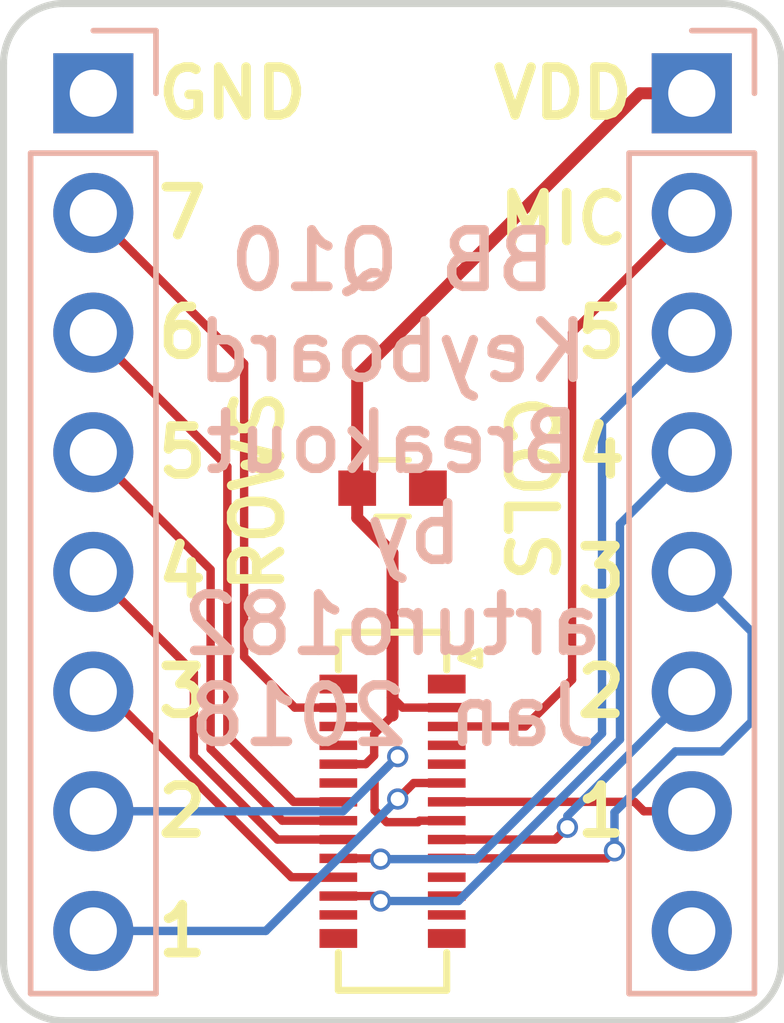
<source format=kicad_pcb>

(kicad_pcb
  (version 20171130)
  (host pcbnew "(5.0-dev-4158-ga83669ab1)")
  (general
    (thickness 1.6)
    (drawings 26)
    (tracks 113)
    (zones 0)
    (modules 4)
    (nets 17))
  (page A4)
  (layers
    (0 F.Cu signal)
    (31 B.Cu signal)
    (32 B.Adhes user)
    (33 F.Adhes user)
    (34 B.Paste user)
    (35 F.Paste user)
    (36 B.SilkS user)
    (37 F.SilkS user)
    (38 B.Mask user)
    (39 F.Mask user)
    (40 Dwgs.User user)
    (41 Cmts.User user)
    (42 Eco1.User user)
    (43 Eco2.User user)
    (44 Edge.Cuts user)
    (45 Margin user)
    (46 B.CrtYd user)
    (47 F.CrtYd user)
    (48 B.Fab user)
    (49 F.Fab user hide))
  (setup
    (last_trace_width 0.1778)
    (trace_clearance 0.1778)
    (zone_clearance 0.254)
    (zone_45_only no)
    (trace_min 0.1778)
    (segment_width 0.2)
    (edge_width 0.15)
    (via_size 0.45)
    (via_drill 0.3)
    (via_min_size 0.45)
    (via_min_drill 0.3)
    (uvia_size 0.3)
    (uvia_drill 0.1)
    (uvias_allowed no)
    (uvia_min_size 0.2)
    (uvia_min_drill 0.1)
    (pcb_text_width 0.3)
    (pcb_text_size 1.5 1.5)
    (mod_edge_width 0.15)
    (mod_text_size 1 1)
    (mod_text_width 0.15)
    (pad_size 1.524 1.524)
    (pad_drill 0.762)
    (pad_to_mask_clearance 0.2)
    (aux_axis_origin 0 0)
    (visible_elements 7FFFFF7F)
    (pcbplotparams
      (layerselection 0x010f0_ffffffff)
      (usegerberextensions true)
      (usegerberattributes false)
      (usegerberadvancedattributes false)
      (creategerberjobfile false)
      (excludeedgelayer true)
      (linewidth 0.1)
      (plotframeref false)
      (viasonmask false)
      (mode 1)
      (useauxorigin false)
      (hpglpennumber 1)
      (hpglpenspeed 20)
      (hpglpendiameter 15)
      (psnegative false)
      (psa4output false)
      (plotreference true)
      (plotvalue true)
      (plotinvisibletext false)
      (padsonsilk false)
      (subtractmaskfromsilk false)
      (outputformat 1)
      (mirror false)
      (drillshape 0)
      (scaleselection 1)
      (outputdirectory gerber/)))
  (net 0 "")
  (net 1 VDD)
  (net 2 GND)
  (net 3 /ROW7)
  (net 4 /ROW6)
  (net 5 /MIC)
  (net 6 /ROW5)
  (net 7 /COL5)
  (net 8 /ROW4)
  (net 9 /COL4)
  (net 10 /ROW3)
  (net 11 /COL3)
  (net 12 /ROW2)
  (net 13 /COL2)
  (net 14 /ROW1)
  (net 15 /COL1)
  (net 16 "Net-(J2-Pad8)")
  (net_class Default "This is the default net class."
    (clearance 0.1778)
    (trace_width 0.1778)
    (via_dia 0.45)
    (via_drill 0.3)
    (uvia_dia 0.3)
    (uvia_drill 0.1)
    (add_net /COL1)
    (add_net /COL2)
    (add_net /COL3)
    (add_net /COL4)
    (add_net /COL5)
    (add_net /MIC)
    (add_net /ROW1)
    (add_net /ROW2)
    (add_net /ROW3)
    (add_net /ROW4)
    (add_net /ROW5)
    (add_net /ROW6)
    (add_net /ROW7)
    (add_net GND)
    (add_net "Net-(J2-Pad8)")
    (add_net VDD))
  (module Pin_Headers:Pin_Header_Straight_1x08_Pitch2.54mm
    (layer B.Cu)
    (tedit 5A6273EC)
    (tstamp 5A39619C)
    (at 180.34 33.02 180)
    (descr "Through hole straight pin header, 1x08, 2.54mm pitch, single row")
    (tags "Through hole pin header THT 1x08 2.54mm single row")
    (path /5A38BC0E)
    (fp_text reference J2
      (at 0 2.33 180)
      (layer B.SilkS) hide
      (effects
        (font
          (size 1 1)
          (thickness 0.15))
        (justify mirror)))
    (fp_text value Conn_01x08
      (at 0 -20.11 180)
      (layer B.Fab) hide
      (effects
        (font
          (size 1 1)
          (thickness 0.15))
        (justify mirror)))
    (fp_text user %R
      (at 0 -8.89 90)
      (layer B.Fab)
      (effects
        (font
          (size 1 1)
          (thickness 0.15))
        (justify mirror)))
    (fp_line
      (start -0.635 1.27)
      (end 1.27 1.27)
      (layer B.Fab)
      (width 0.1))
    (fp_line
      (start 1.27 1.27)
      (end 1.27 -19.05)
      (layer B.Fab)
      (width 0.1))
    (fp_line
      (start 1.27 -19.05)
      (end -1.27 -19.05)
      (layer B.Fab)
      (width 0.1))
    (fp_line
      (start -1.27 -19.05)
      (end -1.27 0.635)
      (layer B.Fab)
      (width 0.1))
    (fp_line
      (start -1.27 0.635)
      (end -0.635 1.27)
      (layer B.Fab)
      (width 0.1))
    (fp_line
      (start -1.33 -19.11)
      (end 1.33 -19.11)
      (layer B.SilkS)
      (width 0.12))
    (fp_line
      (start -1.33 -1.27)
      (end -1.33 -19.11)
      (layer B.SilkS)
      (width 0.12))
    (fp_line
      (start 1.33 -1.27)
      (end 1.33 -19.11)
      (layer B.SilkS)
      (width 0.12))
    (fp_line
      (start -1.33 -1.27)
      (end 1.33 -1.27)
      (layer B.SilkS)
      (width 0.12))
    (fp_line
      (start -1.33 0)
      (end -1.33 1.33)
      (layer B.SilkS)
      (width 0.12))
    (fp_line
      (start -1.33 1.33)
      (end 0 1.33)
      (layer B.SilkS)
      (width 0.12))
    (fp_line
      (start -1.8 1.8)
      (end -1.8 -19.55)
      (layer B.CrtYd)
      (width 0.05))
    (fp_line
      (start -1.8 -19.55)
      (end 1.8 -19.55)
      (layer B.CrtYd)
      (width 0.05))
    (fp_line
      (start 1.8 -19.55)
      (end 1.8 1.8)
      (layer B.CrtYd)
      (width 0.05))
    (fp_line
      (start 1.8 1.8)
      (end -1.8 1.8)
      (layer B.CrtYd)
      (width 0.05))
    (pad 1 thru_hole rect
      (at 0 0 180)
      (size 1.7 1.7)
      (drill 1)
      (layers *.Cu *.Mask)
      (net 1 VDD))
    (pad 2 thru_hole oval
      (at 0 -2.54 180)
      (size 1.7 1.7)
      (drill 1)
      (layers *.Cu *.Mask)
      (net 5 /MIC))
    (pad 3 thru_hole oval
      (at 0 -5.08 180)
      (size 1.7 1.7)
      (drill 1)
      (layers *.Cu *.Mask)
      (net 7 /COL5))
    (pad 4 thru_hole oval
      (at 0 -7.62 180)
      (size 1.7 1.7)
      (drill 1)
      (layers *.Cu *.Mask)
      (net 9 /COL4))
    (pad 5 thru_hole oval
      (at 0 -10.16 180)
      (size 1.7 1.7)
      (drill 1)
      (layers *.Cu *.Mask)
      (net 11 /COL3))
    (pad 6 thru_hole oval
      (at 0 -12.7 180)
      (size 1.7 1.7)
      (drill 1)
      (layers *.Cu *.Mask)
      (net 13 /COL2))
    (pad 7 thru_hole oval
      (at 0 -15.24 180)
      (size 1.7 1.7)
      (drill 1)
      (layers *.Cu *.Mask)
      (net 15 /COL1))
    (pad 8 thru_hole oval
      (at 0 -17.78 180)
      (size 1.7 1.7)
      (drill 1)
      (layers *.Cu *.Mask))
    (model ${KISYS3DMOD}/Pin_Headers.3dshapes/Pin_Header_Straight_1x08_Pitch2.54mm.wrl
      (at
        (xyz 0 0 0))
      (scale
        (xyz 1 1 1))
      (rotate
        (xyz 0 0 0))))
  (module Pin_Headers:Pin_Header_Straight_1x08_Pitch2.54mm
    (layer B.Cu)
    (tedit 5A6273F1)
    (tstamp 5A396166)
    (at 167.64 33.02 180)
    (descr "Through hole straight pin header, 1x08, 2.54mm pitch, single row")
    (tags "Through hole pin header THT 1x08 2.54mm single row")
    (path /5A38AC19)
    (fp_text reference J1
      (at 0 2.33 180)
      (layer B.SilkS) hide
      (effects
        (font
          (size 1 1)
          (thickness 0.15))
        (justify mirror)))
    (fp_text value Conn_01x08
      (at 0 -20.11 180)
      (layer B.Fab) hide
      (effects
        (font
          (size 1 1)
          (thickness 0.15))
        (justify mirror)))
    (fp_text user %R
      (at 0 -8.89 90)
      (layer B.Fab)
      (effects
        (font
          (size 1 1)
          (thickness 0.15))
        (justify mirror)))
    (fp_line
      (start 1.8 1.8)
      (end -1.8 1.8)
      (layer B.CrtYd)
      (width 0.05))
    (fp_line
      (start 1.8 -19.55)
      (end 1.8 1.8)
      (layer B.CrtYd)
      (width 0.05))
    (fp_line
      (start -1.8 -19.55)
      (end 1.8 -19.55)
      (layer B.CrtYd)
      (width 0.05))
    (fp_line
      (start -1.8 1.8)
      (end -1.8 -19.55)
      (layer B.CrtYd)
      (width 0.05))
    (fp_line
      (start -1.33 1.33)
      (end 0 1.33)
      (layer B.SilkS)
      (width 0.12))
    (fp_line
      (start -1.33 0)
      (end -1.33 1.33)
      (layer B.SilkS)
      (width 0.12))
    (fp_line
      (start -1.33 -1.27)
      (end 1.33 -1.27)
      (layer B.SilkS)
      (width 0.12))
    (fp_line
      (start 1.33 -1.27)
      (end 1.33 -19.11)
      (layer B.SilkS)
      (width 0.12))
    (fp_line
      (start -1.33 -1.27)
      (end -1.33 -19.11)
      (layer B.SilkS)
      (width 0.12))
    (fp_line
      (start -1.33 -19.11)
      (end 1.33 -19.11)
      (layer B.SilkS)
      (width 0.12))
    (fp_line
      (start -1.27 0.635)
      (end -0.635 1.27)
      (layer B.Fab)
      (width 0.1))
    (fp_line
      (start -1.27 -19.05)
      (end -1.27 0.635)
      (layer B.Fab)
      (width 0.1))
    (fp_line
      (start 1.27 -19.05)
      (end -1.27 -19.05)
      (layer B.Fab)
      (width 0.1))
    (fp_line
      (start 1.27 1.27)
      (end 1.27 -19.05)
      (layer B.Fab)
      (width 0.1))
    (fp_line
      (start -0.635 1.27)
      (end 1.27 1.27)
      (layer B.Fab)
      (width 0.1))
    (pad 8 thru_hole oval
      (at 0 -17.78 180)
      (size 1.7 1.7)
      (drill 1)
      (layers *.Cu *.Mask)
      (net 14 /ROW1))
    (pad 7 thru_hole oval
      (at 0 -15.24 180)
      (size 1.7 1.7)
      (drill 1)
      (layers *.Cu *.Mask)
      (net 12 /ROW2))
    (pad 6 thru_hole oval
      (at 0 -12.7 180)
      (size 1.7 1.7)
      (drill 1)
      (layers *.Cu *.Mask)
      (net 10 /ROW3))
    (pad 5 thru_hole oval
      (at 0 -10.16 180)
      (size 1.7 1.7)
      (drill 1)
      (layers *.Cu *.Mask)
      (net 8 /ROW4))
    (pad 4 thru_hole oval
      (at 0 -7.62 180)
      (size 1.7 1.7)
      (drill 1)
      (layers *.Cu *.Mask)
      (net 6 /ROW5))
    (pad 3 thru_hole oval
      (at 0 -5.08 180)
      (size 1.7 1.7)
      (drill 1)
      (layers *.Cu *.Mask)
      (net 4 /ROW6))
    (pad 2 thru_hole oval
      (at 0 -2.54 180)
      (size 1.7 1.7)
      (drill 1)
      (layers *.Cu *.Mask)
      (net 3 /ROW7))
    (pad 1 thru_hole rect
      (at 0 0 180)
      (size 1.7 1.7)
      (drill 1)
      (layers *.Cu *.Mask))
    (model ${KISYS3DMOD}/Pin_Headers.3dshapes/Pin_Header_Straight_1x08_Pitch2.54mm.wrl
      (at
        (xyz 0 0 0))
      (scale
        (xyz 1 1 1))
      (rotate
        (xyz 0 0 0))))
  (module Capacitors_SMD:C_0603
    (layer F.Cu)
    (tedit 5A383ED8)
    (tstamp 5A3966CC)
    (at 173.99 41.402)
    (descr "Capacitor SMD 0603, reflow soldering, AVX (see smccp.pdf)")
    (tags "capacitor 0603")
    (path /5A384436)
    (attr smd)
    (fp_text reference C1
      (at 0 -1.5)
      (layer F.SilkS) hide
      (effects
        (font
          (size 1 1)
          (thickness 0.15))))
    (fp_text value 100uF
      (at 0 1.5)
      (layer F.Fab)
      (effects
        (font
          (size 1 1)
          (thickness 0.15))))
    (fp_text user %R
      (at 0 0)
      (layer F.Fab)
      (effects
        (font
          (size 0.3 0.3)
          (thickness 0.075))))
    (fp_line
      (start -0.8 0.4)
      (end -0.8 -0.4)
      (layer F.Fab)
      (width 0.1))
    (fp_line
      (start 0.8 0.4)
      (end -0.8 0.4)
      (layer F.Fab)
      (width 0.1))
    (fp_line
      (start 0.8 -0.4)
      (end 0.8 0.4)
      (layer F.Fab)
      (width 0.1))
    (fp_line
      (start -0.8 -0.4)
      (end 0.8 -0.4)
      (layer F.Fab)
      (width 0.1))
    (fp_line
      (start -0.35 -0.6)
      (end 0.35 -0.6)
      (layer F.SilkS)
      (width 0.12))
    (fp_line
      (start 0.35 0.6)
      (end -0.35 0.6)
      (layer F.SilkS)
      (width 0.12))
    (fp_line
      (start -1.4 -0.65)
      (end 1.4 -0.65)
      (layer F.CrtYd)
      (width 0.05))
    (fp_line
      (start -1.4 -0.65)
      (end -1.4 0.65)
      (layer F.CrtYd)
      (width 0.05))
    (fp_line
      (start 1.4 0.65)
      (end 1.4 -0.65)
      (layer F.CrtYd)
      (width 0.05))
    (fp_line
      (start 1.4 0.65)
      (end -1.4 0.65)
      (layer F.CrtYd)
      (width 0.05))
    (pad 1 smd rect
      (at -0.75 0)
      (size 0.8 0.75)
      (layers F.Cu F.Paste F.Mask)
      (net 1 VDD))
    (pad 2 smd rect
      (at 0.75 0)
      (size 0.8 0.75)
      (layers F.Cu F.Paste F.Mask))
    (model Capacitors_SMD.3dshapes/C_0603.wrl
      (at
        (xyz 0 0 0))
      (scale
        (xyz 1 1 1))
      (rotate
        (xyz 0 0 0))))
  (module "Connectors_Hirose_extra:BM14B(0.8)-24DS-0.4V(53)"
    (layer F.Cu)
    (tedit 5A383EDD)
    (tstamp 5A38E7DF)
    (at 173.99 48.26 270)
    (path /5A383471)
    (attr smd)
    (fp_text reference U1
      (at 4.8 0.05)
      (layer F.SilkS) hide
      (effects
        (font
          (size 1 1)
          (thickness 0.15))))
    (fp_text value BBQ10KBD
      (at 0 -2.65 270)
      (layer F.Fab)
      (effects
        (font
          (size 1 1)
          (thickness 0.15))))
    (fp_line
      (start -3.64 -0.99)
      (end 3.64 -0.99)
      (layer F.Fab)
      (width 0.15))
    (fp_line
      (start 3.64 -0.99)
      (end 3.64 0.99)
      (layer F.Fab)
      (width 0.15))
    (fp_line
      (start 3.64 0.99)
      (end -3.64 0.99)
      (layer F.Fab)
      (width 0.15))
    (fp_line
      (start -3.64 0.99)
      (end -3.64 -0.99)
      (layer F.Fab)
      (width 0.15))
    (fp_line
      (start 3 -1.15)
      (end 3.8 -1.15)
      (layer F.SilkS)
      (width 0.15))
    (fp_line
      (start 3.8 -1.15)
      (end 3.8 1.15)
      (layer F.SilkS)
      (width 0.15))
    (fp_line
      (start 3.8 1.15)
      (end 3 1.15)
      (layer F.SilkS)
      (width 0.15))
    (fp_line
      (start -3 1.15)
      (end -3.8 1.15)
      (layer F.SilkS)
      (width 0.15))
    (fp_line
      (start -3.8 1.15)
      (end -3.8 -1.15)
      (layer F.SilkS)
      (width 0.15))
    (fp_line
      (start -3.8 -1.15)
      (end -3 -1.15)
      (layer F.SilkS)
      (width 0.15))
    (fp_line
      (start -3.4 -1.85)
      (end -3.1 -1.85)
      (layer F.SilkS)
      (width 0.15))
    (fp_line
      (start -3.1 -1.85)
      (end -3.25 -1.45)
      (layer F.SilkS)
      (width 0.15))
    (fp_line
      (start -3.25 -1.45)
      (end -3.4 -1.85)
      (layer F.SilkS)
      (width 0.15))
    (pad 2 smd rect
      (at -2.2 -1.15 270)
      (size 0.2 0.8)
      (layers F.Cu F.Paste F.Mask)
      (net 1 VDD))
    (pad 3 smd rect
      (at -1.8 -1.15 270)
      (size 0.2 0.8)
      (layers F.Cu F.Paste F.Mask)
      (net 5 /MIC))
    (pad 4 smd rect
      (at -1.4 -1.15 270)
      (size 0.2 0.8)
      (layers F.Cu F.Paste F.Mask))
    (pad 5 smd rect
      (at -1 -1.15 270)
      (size 0.2 0.8)
      (layers F.Cu F.Paste F.Mask))
    (pad 6 smd rect
      (at -0.6 -1.15 270)
      (size 0.2 0.8)
      (layers F.Cu F.Paste F.Mask)
      (net 14 /ROW1))
    (pad 7 smd rect
      (at -0.2 -1.15 270)
      (size 0.2 0.8)
      (layers F.Cu F.Paste F.Mask)
      (net 15 /COL1))
    (pad 8 smd rect
      (at 0.2 -1.15 270)
      (size 0.2 0.8)
      (layers F.Cu F.Paste F.Mask)
      (net 12 /ROW2))
    (pad 9 smd rect
      (at 0.6 -1.15 270)
      (size 0.2 0.8)
      (layers F.Cu F.Paste F.Mask)
      (net 13 /COL2))
    (pad 10 smd rect
      (at 1 -1.15 270)
      (size 0.2 0.8)
      (layers F.Cu F.Paste F.Mask)
      (net 11 /COL3))
    (pad 11 smd rect
      (at 1.4 -1.15 270)
      (size 0.2 0.8)
      (layers F.Cu F.Paste F.Mask))
    (pad 12 smd rect
      (at 1.8 -1.15 270)
      (size 0.2 0.8)
      (layers F.Cu F.Paste F.Mask))
    (pad 13 smd rect
      (at 2.2 -1.15 270)
      (size 0.2 0.8)
      (layers F.Cu F.Paste F.Mask))
    (pad 16 smd rect
      (at 2.2 1.15 270)
      (size 0.2 0.8)
      (layers F.Cu F.Paste F.Mask))
    (pad 17 smd rect
      (at 1.8 1.15 270)
      (size 0.2 0.8)
      (layers F.Cu F.Paste F.Mask)
      (net 9 /COL4))
    (pad 18 smd rect
      (at 1.4 1.15 270)
      (size 0.2 0.8)
      (layers F.Cu F.Paste F.Mask)
      (net 10 /ROW3))
    (pad 19 smd rect
      (at 1 1.15 270)
      (size 0.2 0.8)
      (layers F.Cu F.Paste F.Mask)
      (net 7 /COL5))
    (pad 20 smd rect
      (at 0.6 1.15 270)
      (size 0.2 0.8)
      (layers F.Cu F.Paste F.Mask)
      (net 8 /ROW4))
    (pad 21 smd rect
      (at 0.2 1.15 270)
      (size 0.2 0.8)
      (layers F.Cu F.Paste F.Mask)
      (net 6 /ROW5))
    (pad 22 smd rect
      (at -0.2 1.15 270)
      (size 0.2 0.8)
      (layers F.Cu F.Paste F.Mask)
      (net 4 /ROW6))
    (pad 23 smd rect
      (at -0.6 1.15 270)
      (size 0.2 0.8)
      (layers F.Cu F.Paste F.Mask))
    (pad 24 smd rect
      (at -1 1.15 270)
      (size 0.2 0.8)
      (layers F.Cu F.Paste F.Mask)
      (net 1 VDD))
    (pad 25 smd rect
      (at -1.4 1.15 270)
      (size 0.2 0.8)
      (layers F.Cu F.Paste F.Mask))
    (pad 26 smd rect
      (at -1.8 1.15 270)
      (size 0.2 0.8)
      (layers F.Cu F.Paste F.Mask)
      (net 1 VDD))
    (pad 27 smd rect
      (at -2.2 1.15 270)
      (size 0.2 0.8)
      (layers F.Cu F.Paste F.Mask)
      (net 3 /ROW7))
    (pad 1 smd rect
      (at -2.7 -1.15 270)
      (size 0.4 0.8)
      (layers F.Cu F.Paste F.Mask))
    (pad 14 smd rect
      (at 2.7 -1.15 270)
      (size 0.4 0.8)
      (layers F.Cu F.Paste F.Mask))
    (pad 15 smd rect
      (at 2.7 1.15 270)
      (size 0.4 0.8)
      (layers F.Cu F.Paste F.Mask))
    (pad 28 smd rect
      (at -2.7 1.15 270)
      (size 0.4 0.8)
      (layers F.Cu F.Paste F.Mask))
    (model "${KIPRJMOD}/modules/packages3d/Connectors_Hirose.3dshapes/BM14B(0.8)-24DS-0.4V.stp"
      (offset
        (xyz 6896000431.344419 -8082928854.49638 -574666702.6120348))
      (scale
        (xyz 1 1 1))
      (rotate
        (xyz -90 0 -90))))
  (gr_text "BB Q10\nKeyboard\nBreakout\nby \narturo182\nJan 2018"
    (at 173.99 41.402)
    (layer B.SilkS)
    (effects
      (font
        (size 1.2 1.2)
        (thickness 0.2))
      (justify mirror)))
  (gr_text COLS
    (at 176.911 41.402 270)
    (layer F.SilkS)
    (tstamp 5A6274E5)
    (effects
      (font
        (size 1.016 1.016)
        (thickness 0.2032))))
  (gr_text ROWS
    (at 171.1325 41.4655 90)
    (layer F.SilkS)
    (tstamp 5A396D97)
    (effects
      (font
        (size 1.016 1.016)
        (thickness 0.2032))))
  (gr_text MIC
    (at 176.149 35.687)
    (layer F.SilkS)
    (tstamp 5A396D85)
    (effects
      (font
        (size 1.016 1.016)
        (thickness 0.2032))
      (justify left)))
  (gr_text VDD
    (at 176.022 33.02)
    (layer F.SilkS)
    (tstamp 5A396D91)
    (effects
      (font
        (size 1.016 1.016)
        (thickness 0.2032))
      (justify left)))
  (gr_text 4
    (at 177.8 40.64)
    (layer F.SilkS)
    (tstamp 5A396D77)
    (effects
      (font
        (size 1.016 1.016)
        (thickness 0.2032))
      (justify left)))
  (gr_text 5
    (at 177.8 38.1)
    (layer F.SilkS)
    (tstamp 5A396D76)
    (effects
      (font
        (size 1.016 1.016)
        (thickness 0.2032))
      (justify left)))
  (gr_text 3
    (at 177.8 43.18)
    (layer F.SilkS)
    (tstamp 5A396D75)
    (effects
      (font
        (size 1.016 1.016)
        (thickness 0.2032))
      (justify left)))
  (gr_text 2
    (at 177.8 45.72)
    (layer F.SilkS)
    (tstamp 5A396D74)
    (effects
      (font
        (size 1.016 1.016)
        (thickness 0.2032))
      (justify left)))
  (gr_text 1
    (at 177.8 48.26)
    (layer F.SilkS)
    (tstamp 5A396D73)
    (effects
      (font
        (size 1.016 1.016)
        (thickness 0.2032))
      (justify left)))
  (gr_text 1
    (at 168.91 50.8)
    (layer F.SilkS)
    (tstamp 5A396D5D)
    (effects
      (font
        (size 1.016 1.016)
        (thickness 0.2032))
      (justify left)))
  (gr_text 2
    (at 168.91 48.26)
    (layer F.SilkS)
    (tstamp 5A396D5B)
    (effects
      (font
        (size 1.016 1.016)
        (thickness 0.2032))
      (justify left)))
  (gr_text 3
    (at 168.91 45.72)
    (layer F.SilkS)
    (tstamp 5A396D59)
    (effects
      (font
        (size 1.016 1.016)
        (thickness 0.2032))
      (justify left)))
  (gr_text 4
    (at 168.91 43.18)
    (layer F.SilkS)
    (tstamp 5A396D57)
    (effects
      (font
        (size 1.016 1.016)
        (thickness 0.2032))
      (justify left)))
  (gr_text 5
    (at 168.91 40.64)
    (layer F.SilkS)
    (tstamp 5A396D55)
    (effects
      (font
        (size 1.016 1.016)
        (thickness 0.2032))
      (justify left)))
  (gr_text 6
    (at 168.91 38.1)
    (layer F.SilkS)
    (tstamp 5A396D53)
    (effects
      (font
        (size 1.016 1.016)
        (thickness 0.2032))
      (justify left)))
  (gr_text 7
    (at 168.91 35.56)
    (layer F.SilkS)
    (tstamp 5A396D3B)
    (effects
      (font
        (size 1.016 1.016)
        (thickness 0.2032))
      (justify left)))
  (gr_text GND
    (at 168.91 33.02)
    (layer F.SilkS)
    (effects
      (font
        (size 1.016 1.016)
        (thickness 0.2032))
      (justify left)))
  (gr_arc
    (start 167.005 51.435)
    (end 165.735 51.435)
    (angle -90)
    (layer Edge.Cuts)
    (width 0.15))
  (gr_arc
    (start 180.975 51.435)
    (end 180.975 52.705)
    (angle -90)
    (layer Edge.Cuts)
    (width 0.15))
  (gr_arc
    (start 180.975 32.385)
    (end 182.245 32.385)
    (angle -90)
    (layer Edge.Cuts)
    (width 0.15))
  (gr_arc
    (start 167.005 32.385)
    (end 167.005 31.115)
    (angle -90)
    (layer Edge.Cuts)
    (width 0.15))
  (gr_line
    (start 165.735 51.435)
    (end 165.735 32.385)
    (layer Edge.Cuts)
    (width 0.15))
  (gr_line
    (start 180.975 52.705)
    (end 167.005 52.705)
    (layer Edge.Cuts)
    (width 0.15))
  (gr_line
    (start 182.245 32.385)
    (end 182.245 51.435)
    (layer Edge.Cuts)
    (width 0.15))
  (gr_line
    (start 167.005 31.115)
    (end 180.975 31.115)
    (layer Edge.Cuts)
    (width 0.15))
  (segment
    (start 173.4178 47.26)
    (end 173.6 47.0778)
    (width 0.1778)
    (layer F.Cu)
    (net 1))
  (segment
    (start 172.84 47.26)
    (end 173.4178 47.26)
    (width 0.1778)
    (layer F.Cu)
    (net 1))
  (segment
    (start 173.6 47.0778)
    (end 173.6 46.618)
    (width 0.1778)
    (layer F.Cu)
    (net 1))
  (segment
    (start 173.6 46.618)
    (end 173.99 46.228)
    (width 0.1778)
    (layer F.Cu)
    (net 1))
  (segment
    (start 173.99 45.847)
    (end 173.99 46.228)
    (width 0.254)
    (layer F.Cu)
    (net 1))
  (segment
    (start 172.84 46.46)
    (end 173.758 46.46)
    (width 0.1778)
    (layer F.Cu)
    (net 1))
  (segment
    (start 173.758 46.46)
    (end 173.99 46.228)
    (width 0.1778)
    (layer F.Cu)
    (net 1))
  (segment
    (start 173.99 42.781)
    (end 173.99 45.847)
    (width 0.254)
    (layer F.Cu)
    (net 1))
  (segment
    (start 175.14 46.06)
    (end 174.203 46.06)
    (width 0.1778)
    (layer F.Cu)
    (net 1))
  (segment
    (start 174.203 46.06)
    (end 173.99 45.847)
    (width 0.1778)
    (layer F.Cu)
    (net 1))
  (segment
    (start 173.24 41.402)
    (end 173.24 42.031)
    (width 0.254)
    (layer F.Cu)
    (net 1))
  (segment
    (start 173.24 42.031)
    (end 173.99 42.781)
    (width 0.254)
    (layer F.Cu)
    (net 1))
  (segment
    (start 180.34 33.02)
    (end 179.236 33.02)
    (width 0.254)
    (layer F.Cu)
    (net 1))
  (segment
    (start 179.236 33.02)
    (end 173.24 39.016)
    (width 0.254)
    (layer F.Cu)
    (net 1))
  (segment
    (start 173.24 39.016)
    (end 173.24 40.773)
    (width 0.254)
    (layer F.Cu)
    (net 1))
  (segment
    (start 173.24 40.773)
    (end 173.24 41.402)
    (width 0.254)
    (layer F.Cu)
    (net 1))
  (segment
    (start 171.917 46.06)
    (end 170.84044 44.98344)
    (width 0.1778)
    (layer F.Cu)
    (net 3))
  (segment
    (start 172.84 46.06)
    (end 171.917 46.06)
    (width 0.1778)
    (layer F.Cu)
    (net 3))
  (segment
    (start 170.84044 44.98344)
    (end 170.84044 38.76044)
    (width 0.1778)
    (layer F.Cu)
    (net 3))
  (segment
    (start 170.84044 38.76044)
    (end 168.489999 36.409999)
    (width 0.1778)
    (layer F.Cu)
    (net 3))
  (segment
    (start 168.489999 36.409999)
    (end 167.64 35.56)
    (width 0.1778)
    (layer F.Cu)
    (net 3))
  (segment
    (start 170.48483 46.654738)
    (end 170.48483 40.94483)
    (width 0.1778)
    (layer F.Cu)
    (net 4))
  (segment
    (start 170.48483 40.94483)
    (end 167.64 38.1)
    (width 0.1778)
    (layer F.Cu)
    (net 4))
  (segment
    (start 172.84 48.06)
    (end 171.890092 48.06)
    (width 0.1778)
    (layer F.Cu)
    (net 4))
  (segment
    (start 171.890092 48.06)
    (end 170.48483 46.654738)
    (width 0.1778)
    (layer F.Cu)
    (net 4))
  (segment
    (start 176.806 46.46)
    (end 177.8 45.466)
    (width 0.1778)
    (layer F.Cu)
    (net 5))
  (segment
    (start 175.14 46.46)
    (end 176.806 46.46)
    (width 0.1778)
    (layer F.Cu)
    (net 5))
  (segment
    (start 177.8 45.466)
    (end 177.8 38.1)
    (width 0.1778)
    (layer F.Cu)
    (net 5))
  (segment
    (start 177.8 38.1)
    (end 179.490001 36.409999)
    (width 0.1778)
    (layer F.Cu)
    (net 5))
  (segment
    (start 179.490001 36.409999)
    (end 180.34 35.56)
    (width 0.1778)
    (layer F.Cu)
    (net 5))
  (segment
    (start 170.12922 46.93922)
    (end 170.12922 43.12922)
    (width 0.1778)
    (layer F.Cu)
    (net 6))
  (segment
    (start 170.12922 43.12922)
    (end 167.64 40.64)
    (width 0.1778)
    (layer F.Cu)
    (net 6))
  (segment
    (start 171.65 48.46)
    (end 170.12922 46.93922)
    (width 0.1778)
    (layer F.Cu)
    (net 6))
  (segment
    (start 172.84 48.46)
    (end 171.65 48.46)
    (width 0.1778)
    (layer F.Cu)
    (net 6))
  (segment
    (start 175.768 49.276)
    (end 178.435 46.609)
    (width 0.1778)
    (layer B.Cu)
    (net 7))
  (segment
    (start 173.736 49.276)
    (end 175.768 49.276)
    (width 0.1778)
    (layer B.Cu)
    (net 7))
  (segment
    (start 178.435 46.609)
    (end 178.435 40.005)
    (width 0.1778)
    (layer B.Cu)
    (net 7))
  (segment
    (start 178.435 40.005)
    (end 179.490001 38.949999)
    (width 0.1778)
    (layer B.Cu)
    (net 7))
  (segment
    (start 179.490001 38.949999)
    (end 180.34 38.1)
    (width 0.1778)
    (layer B.Cu)
    (net 7))
  (segment
    (start 173.72 49.26)
    (end 173.736 49.276)
    (width 0.1778)
    (layer F.Cu)
    (net 7))
  (segment
    (start 172.84 49.26)
    (end 173.72 49.26)
    (width 0.1778)
    (layer F.Cu)
    (net 7))
  (segment
    (start 169.773609 47.086518)
    (end 169.773609 45.313609)
    (width 0.1778)
    (layer F.Cu)
    (net 8))
  (segment
    (start 169.773609 45.313609)
    (end 167.64 43.18)
    (width 0.1778)
    (layer F.Cu)
    (net 8))
  (segment
    (start 171.547091 48.86)
    (end 169.773609 47.086518)
    (width 0.1778)
    (layer F.Cu)
    (net 8))
  (segment
    (start 172.84 48.86)
    (end 171.547091 48.86)
    (width 0.1778)
    (layer F.Cu)
    (net 8))
  (segment
    (start 175.387 50.165)
    (end 178.816 46.736)
    (width 0.1778)
    (layer B.Cu)
    (net 9))
  (segment
    (start 173.736 50.165)
    (end 175.387 50.165)
    (width 0.1778)
    (layer B.Cu)
    (net 9))
  (segment
    (start 178.816 46.736)
    (end 178.816 42.164)
    (width 0.1778)
    (layer B.Cu)
    (net 9))
  (segment
    (start 178.816 42.164)
    (end 179.490001 41.489999)
    (width 0.1778)
    (layer B.Cu)
    (net 9))
  (segment
    (start 179.490001 41.489999)
    (end 180.34 40.64)
    (width 0.1778)
    (layer B.Cu)
    (net 9))
  (segment
    (start 173.631 50.06)
    (end 173.736 50.165)
    (width 0.1778)
    (layer F.Cu)
    (net 9))
  (segment
    (start 172.84 50.06)
    (end 173.631 50.06)
    (width 0.1778)
    (layer F.Cu)
    (net 9))
  (segment
    (start 171.844182 49.66)
    (end 167.904182 45.72)
    (width 0.1778)
    (layer F.Cu)
    (net 10))
  (segment
    (start 172.84 49.66)
    (end 171.844182 49.66)
    (width 0.1778)
    (layer F.Cu)
    (net 10))
  (segment
    (start 167.904182 45.72)
    (end 167.64 45.72)
    (width 0.1778)
    (layer F.Cu)
    (net 10))
  (segment
    (start 181.61 44.45)
    (end 181.61 46.355)
    (width 0.1778)
    (layer B.Cu)
    (net 11))
  (segment
    (start 178.7 48.781802)
    (end 178.7 49.1)
    (width 0.1778)
    (layer B.Cu)
    (net 11))
  (segment
    (start 180.975 46.99)
    (end 179.99182 46.99)
    (width 0.1778)
    (layer B.Cu)
    (net 11))
  (segment
    (start 175.14 49.26)
    (end 178.54 49.26)
    (width 0.1778)
    (layer F.Cu)
    (net 11))
  (segment
    (start 178.54 49.26)
    (end 178.7 49.1)
    (width 0.1778)
    (layer F.Cu)
    (net 11))
  (segment
    (start 179.99182 46.99)
    (end 178.7 48.28182)
    (width 0.1778)
    (layer B.Cu)
    (net 11))
  (segment
    (start 178.7 48.28182)
    (end 178.7 48.781802)
    (width 0.1778)
    (layer B.Cu)
    (net 11))
  (segment
    (start 180.34 43.18)
    (end 181.61 44.45)
    (width 0.1778)
    (layer B.Cu)
    (net 11))
  (segment
    (start 181.61 46.355)
    (end 180.975 46.99)
    (width 0.1778)
    (layer B.Cu)
    (net 11))
  (segment
    (start 174.5622 48.46)
    (end 174.530484 48.491716)
    (width 0.1778)
    (layer F.Cu)
    (net 12))
  (segment
    (start 175.14 48.46)
    (end 174.5622 48.46)
    (width 0.1778)
    (layer F.Cu)
    (net 12))
  (segment
    (start 173.863982 48.491716)
    (end 173.608298 48.236032)
    (width 0.1778)
    (layer F.Cu)
    (net 12))
  (segment
    (start 173.608298 47.591702)
    (end 173.875001 47.324999)
    (width 0.1778)
    (layer F.Cu)
    (net 12))
  (segment
    (start 173.875001 47.324999)
    (end 174.1 47.1)
    (width 0.1778)
    (layer F.Cu)
    (net 12))
  (segment
    (start 173.608298 48.236032)
    (end 173.608298 47.591702)
    (width 0.1778)
    (layer F.Cu)
    (net 12))
  (segment
    (start 174.530484 48.491716)
    (end 173.863982 48.491716)
    (width 0.1778)
    (layer F.Cu)
    (net 12))
  (segment
    (start 167.64 48.26)
    (end 172.94 48.26)
    (width 0.1778)
    (layer B.Cu)
    (net 12))
  (segment
    (start 172.94 48.26)
    (end 173.875001 47.324999)
    (width 0.1778)
    (layer B.Cu)
    (net 12))
  (segment
    (start 173.875001 47.324999)
    (end 174.1 47.1)
    (width 0.1778)
    (layer B.Cu)
    (net 12))
  (segment
    (start 180.34 45.72)
    (end 177.7 48.36)
    (width 0.1778)
    (layer B.Cu)
    (net 13))
  (segment
    (start 177.7 48.36)
    (end 177.7 48.6)
    (width 0.1778)
    (layer B.Cu)
    (net 13))
  (segment
    (start 177.475001 48.824999)
    (end 177.7 48.6)
    (width 0.1778)
    (layer F.Cu)
    (net 13))
  (segment
    (start 177.44 48.86)
    (end 177.475001 48.824999)
    (width 0.1778)
    (layer F.Cu)
    (net 13))
  (segment
    (start 175.14 48.86)
    (end 177.44 48.86)
    (width 0.1778)
    (layer F.Cu)
    (net 13))
  (segment
    (start 175.14 47.66)
    (end 174.44 47.66)
    (width 0.1778)
    (layer F.Cu)
    (net 14))
  (segment
    (start 171.3 50.8)
    (end 173.875001 48.224999)
    (width 0.1778)
    (layer B.Cu)
    (net 14))
  (segment
    (start 174.44 47.66)
    (end 174.324999 47.775001)
    (width 0.1778)
    (layer F.Cu)
    (net 14))
  (segment
    (start 174.324999 47.775001)
    (end 174.1 48)
    (width 0.1778)
    (layer F.Cu)
    (net 14))
  (segment
    (start 173.875001 48.224999)
    (end 174.1 48)
    (width 0.1778)
    (layer B.Cu)
    (net 14))
  (segment
    (start 167.64 50.8)
    (end 171.3 50.8)
    (width 0.1778)
    (layer B.Cu)
    (net 14))
  (segment
    (start 179.124 48.06)
    (end 179.324 48.26)
    (width 0.1778)
    (layer F.Cu)
    (net 15))
  (segment
    (start 175.14 48.06)
    (end 179.124 48.06)
    (width 0.1778)
    (layer F.Cu)
    (net 15))
  (segment
    (start 179.324 48.26)
    (end 180.34 48.26)
    (width 0.1778)
    (layer F.Cu)
    (net 15))
  (via
    (at 173.736 49.276)
    (size 0.45)
    (layers F.Cu B.Cu)
    (net 7))
  (via
    (at 173.736 50.165)
    (size 0.45)
    (layers F.Cu B.Cu)
    (net 9))
  (via
    (at 178.7 49.1)
    (size 0.45)
    (layers F.Cu B.Cu)
    (net 11))
  (via
    (at 174.1 47.1)
    (size 0.45)
    (layers F.Cu B.Cu)
    (net 12))
  (via
    (at 177.7 48.6)
    (size 0.45)
    (layers F.Cu B.Cu)
    (net 13))
  (via
    (at 174.1 48)
    (size 0.45)
    (layers F.Cu B.Cu)
    (net 14)))
</source>
